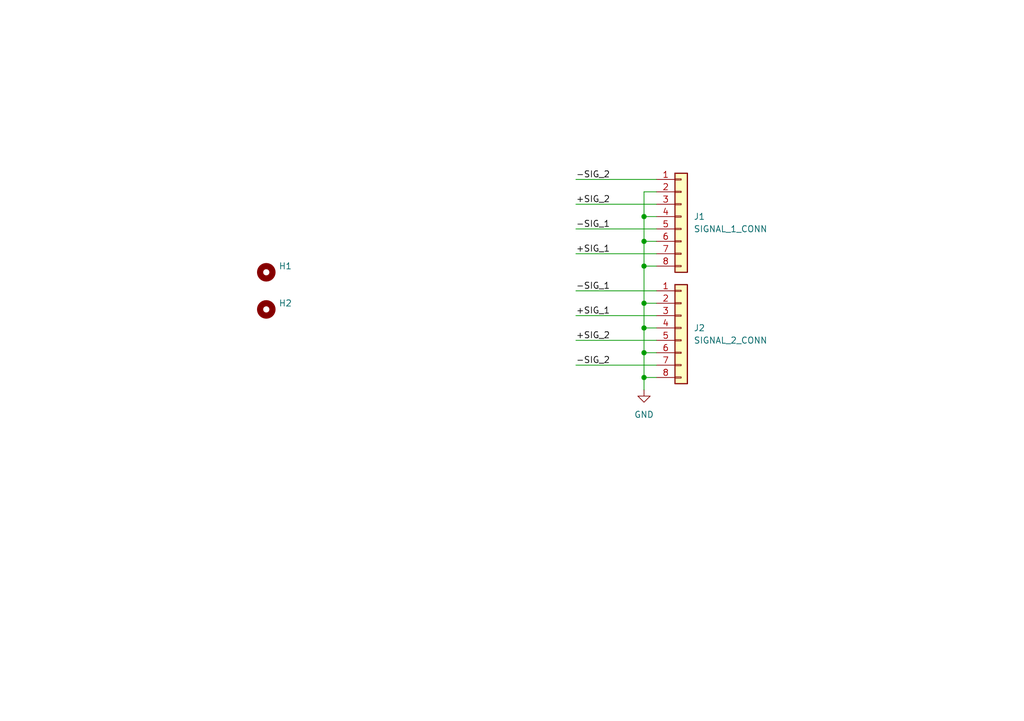
<source format=kicad_sch>
(kicad_sch (version 20250114) (generator "eeschema") (generator_version "9.0")
  (paper "A5")
  (title_block (title "detpan1_E") (date "2025-07-21") (rev "A") (company "TamperSec") (comment 1 "Justin Newkirk"))
  (lib_symbols
    (symbol "Connector_Generic:Conn_01x08" (pin_names (offset 1.016) (hide yes))
      (property "Reference" "J" (at 0 10.16 0))
      (property "Value" "Conn_01x08" (at 0 -12.7 0))
      (symbol "Conn_01x08_1_1"
        (rectangle (start -1.27 8.89) (end 1.27 -11.43) (stroke (width 0.254)) (fill (type background)))
        (rectangle (start -1.27 7.747) (end 0 7.493) (stroke (width 0.1524)))
        (rectangle (start -1.27 5.207) (end 0 4.953) (stroke (width 0.1524)))
        (rectangle (start -1.27 2.667) (end 0 2.413) (stroke (width 0.1524)))
        (rectangle (start -1.27 0.127) (end 0 -0.127) (stroke (width 0.1524)))
        (rectangle (start -1.27 -2.413) (end 0 -2.667) (stroke (width 0.1524)))
        (rectangle (start -1.27 -4.953) (end 0 -5.207) (stroke (width 0.1524)))
        (rectangle (start -1.27 -7.493) (end 0 -7.747) (stroke (width 0.1524)))
        (rectangle (start -1.27 -10.033) (end 0 -10.287) (stroke (width 0.1524)))
        (pin passive line (at -5.08 7.62 0) (length 3.81) (name "Pin_1") (number "1"))
        (pin passive line (at -5.08 5.08 0) (length 3.81) (name "Pin_2") (number "2"))
        (pin passive line (at -5.08 2.54 0) (length 3.81) (name "Pin_3") (number "3"))
        (pin passive line (at -5.08 0 0) (length 3.81) (name "Pin_4") (number "4"))
        (pin passive line (at -5.08 -2.54 0) (length 3.81) (name "Pin_5") (number "5"))
        (pin passive line (at -5.08 -5.08 0) (length 3.81) (name "Pin_6") (number "6"))
        (pin passive line (at -5.08 -7.62 0) (length 3.81) (name "Pin_7") (number "7"))
        (pin passive line (at -5.08 -10.16 0) (length 3.81) (name "Pin_8") (number "8"))
      )
    )
    (symbol "Mechanical:MountingHole" (pin_names (offset 1.016)) (in_bom no)
      (property "Reference" "H" (at 0 5.08 0))
      (property "Value" "MountingHole" (at 0 3.175 0))
      (symbol "MountingHole_0_1"
        (circle (center 0 0) (radius 1.27) (stroke (width 1.27)))
      )
    )
    (symbol "power:GND" (power) (pin_numbers (hide yes)) (pin_names (offset 0) (hide yes))
      (property "Value" "GND" (at 0 -3.81 0))
      (symbol "GND_0_1"
        (polyline (pts (xy 0 0) (xy 0 -1.27) (xy 1.27 -1.27) (xy 0 -2.54) (xy -1.27 -1.27) (xy 0 -1.27)))
      )
      (symbol "GND_1_1"
        (pin power_in line (at 0 0 270) (length 0) (name "~") (number "1"))
      )
    )
  )
  (junction (at 132.08 44.45))
  (junction (at 132.08 54.61))
  (junction (at 132.08 49.53))
  (junction (at 132.08 72.39))
  (junction (at 132.08 62.23))
  (junction (at 132.08 67.31))
  (junction (at 132.08 77.47))
  (wire (pts (xy 132.08 62.23) (xy 134.62 62.23)))
  (wire (pts (xy 132.08 39.37) (xy 132.08 44.45)))
  (wire (pts (xy 132.08 49.53) (xy 132.08 54.61)))
  (wire (pts (xy 118.11 41.91) (xy 134.62 41.91)))
  (wire (pts (xy 118.11 69.85) (xy 134.62 69.85)))
  (wire (pts (xy 132.08 67.31) (xy 134.62 67.31)))
  (wire (pts (xy 132.08 77.47) (xy 134.62 77.47)))
  (wire (pts (xy 132.08 72.39) (xy 134.62 72.39)))
  (wire (pts (xy 132.08 72.39) (xy 132.08 77.47)))
  (wire (pts (xy 118.11 74.93) (xy 134.62 74.93)))
  (wire (pts (xy 132.08 62.23) (xy 132.08 67.31)))
  (wire (pts (xy 118.11 46.99) (xy 134.62 46.99)))
  (wire (pts (xy 132.08 54.61) (xy 132.08 62.23)))
  (wire (pts (xy 132.08 44.45) (xy 132.08 49.53)))
  (wire (pts (xy 132.08 49.53) (xy 134.62 49.53)))
  (wire (pts (xy 134.62 39.37) (xy 132.08 39.37)))
  (wire (pts (xy 132.08 44.45) (xy 134.62 44.45)))
  (wire (pts (xy 132.08 77.47) (xy 132.08 80.01)))
  (wire (pts (xy 118.11 64.77) (xy 134.62 64.77)))
  (wire (pts (xy 118.11 36.83) (xy 134.62 36.83)))
  (wire (pts (xy 118.11 59.69) (xy 134.62 59.69)))
  (wire (pts (xy 132.08 54.61) (xy 134.62 54.61)))
  (wire (pts (xy 118.11 52.07) (xy 134.62 52.07)))
  (wire (pts (xy 132.08 67.31) (xy 132.08 72.39)))
  (label "+SIG_2" (at 118.11 41.91 0))
  (label "+SIG_1" (at 118.11 52.07 0))
  (label "-SIG_2" (at 118.11 74.93 0))
  (label "-SIG_1" (at 118.11 46.99 0))
  (label "-SIG_1" (at 118.11 59.69 0))
  (label "-SIG_2" (at 118.11 36.83 0))
  (label "+SIG_1" (at 118.11 64.77 0))
  (label "+SIG_2" (at 118.11 69.85 0))
  (symbol (lib_id "Mechanical:MountingHole") (at 54.61 55.88 0) (unit 1) (in_bom no)
    (property "Reference" "H1" (at 57.15 54.6099 0) (effects (justify left)))
    (property "Footprint" "MountingHole:MountingHole_3.2mm_M3" (effects (hide yes)))
    (property "Description" "Mounting Hole without connection" (effects (hide yes)))
  )
  (symbol (lib_id "power:GND") (at 132.08 80.01 0) (unit 1)
    (property "Reference" "#PWR01" (effects (hide yes)))
    (property "Value" "GND" (at 132.08 85.09 0))
    (property "Description" "Power symbol creates a global label with name \"GND\" , ground" (effects (hide yes)))
  )
  (symbol (lib_id "Mechanical:MountingHole") (at 54.61 63.5 0) (unit 1) (in_bom no)
    (property "Reference" "H2" (at 57.15 62.2299 0) (effects (justify left)))
    (property "Footprint" "MountingHole:MountingHole_3.2mm_M3" (effects (hide yes)))
    (property "Description" "Mounting Hole without connection" (effects (hide yes)))
  )
  (symbol (lib_id "Connector_Generic:Conn_01x08") (at 139.7 44.45 0) (unit 1)
    (property "Reference" "J1" (at 142.24 44.4499 0) (effects (justify left)))
    (property "Value" "SIGNAL_1_CONN" (at 142.24 46.9899 0) (effects (justify left)))
    (property "Footprint" "Connector_JST:JST_GH_BM08B-GHS-TBT_1x08-1MP_P1.25mm_Vertical" (effects (hide yes)))
    (property "Description" "Generic connector, single row, 01x08, script generated (kicad-library-utils/schlib/autogen/connector/)" (effects (hide yes)))
  )
  (symbol (lib_id "Connector_Generic:Conn_01x08") (at 139.7 67.31 0) (unit 1)
    (property "Reference" "J2" (at 142.24 67.3099 0) (effects (justify left)))
    (property "Value" "SIGNAL_2_CONN" (at 142.24 69.8499 0) (effects (justify left)))
    (property "Footprint" "Connector_JST:JST_GH_BM08B-GHS-TBT_1x08-1MP_P1.25mm_Vertical" (effects (hide yes)))
    (property "Description" "Generic connector, single row, 01x08, script generated (kicad-library-utils/schlib/autogen/connector/)" (effects (hide yes)))
  )
)
</source>
